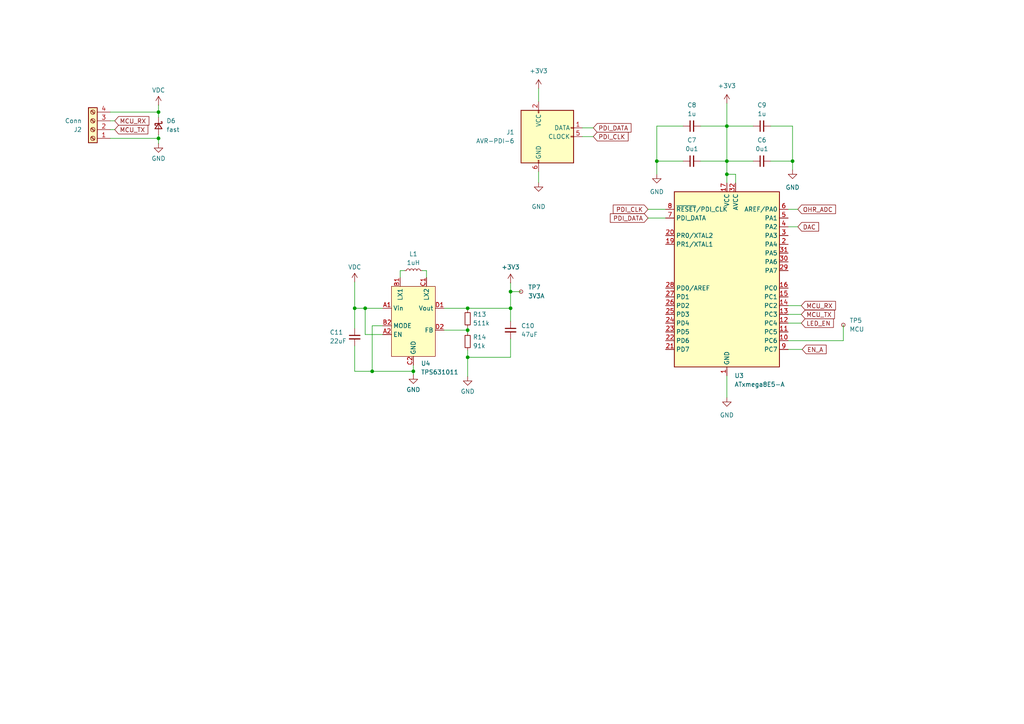
<source format=kicad_sch>
(kicad_sch (version 20231120) (generator "eeschema") (generator_version "8.0")
  (paper "A4")
  (lib_symbols
    (symbol "+3V3_1" (power) (pin_numbers hide) (pin_names (offset 0) hide)
      (property "Value" "+3V3" (at 0 3.556 0))
      (symbol "+3V3_1_0_1"
        (polyline (pts (xy -0.762 1.27) (xy 0 2.54)))
        (polyline (pts (xy 0 0) (xy 0 2.54)))
        (polyline (pts (xy 0 2.54) (xy 0.762 1.27)))
      )
      (symbol "+3V3_1_1_1"
        (pin power_in line (at 0 0 90) (length 0) (name "~") (number "1"))
      )
    )
    (symbol "Connector:AVR-PDI-6" (pin_names (offset 1.016))
      (property "Reference" "J" (at -6.35 8.89 0))
      (property "Value" "AVR-PDI-6" (at 0 8.89 0))
      (symbol "AVR-PDI-6_0_1"
        (rectangle (start -2.667 -6.858) (end -2.413 -7.62))
        (rectangle (start -2.667 7.62) (end -2.413 6.858))
        (rectangle (start 7.62 0.127) (end 6.858 -0.127))
        (rectangle (start 7.62 2.667) (end 6.858 2.413))
        (rectangle (start 7.62 7.62) (end -7.62 -7.62) (stroke (width 0.254)) (fill (type background)))
      )
      (symbol "AVR-PDI-6_1_1"
        (pin passive line (at 10.16 2.54 180) (length 2.54) (name "DATA") (number "1"))
        (pin passive line (at -2.54 10.16 270) (length 2.54) (name "VCC") (number "2"))
        (pin no_connect line (at 7.62 -2.54 180) (length 2.54) hide (name "NC") (number "3"))
        (pin no_connect line (at 7.62 -5.08 180) (length 2.54) hide (name "NC") (number "4"))
        (pin passive line (at 10.16 0 180) (length 2.54) (name "CLOCK") (number "5"))
        (pin passive line (at -2.54 -10.16 90) (length 2.54) (name "GND") (number "6"))
      )
    )
    (symbol "Connector:Screw_Terminal_01x04" (pin_names (offset 1.016) hide)
      (property "Reference" "J" (at 0 5.08 0))
      (property "Value" "Screw_Terminal_01x04" (at 0 -7.62 0))
      (symbol "Screw_Terminal_01x04_1_1"
        (rectangle (start -1.27 3.81) (end 1.27 -6.35) (stroke (width 0.254)) (fill (type background)))
        (circle (center 0 -5.08) (radius 0.635) (stroke (width 0.1524)))
        (circle (center 0 -2.54) (radius 0.635) (stroke (width 0.1524)))
        (polyline (pts (xy -0.5334 -4.7498) (xy 0.3302 -5.588)) (stroke (width 0.1524)))
        (polyline (pts (xy -0.5334 -2.2098) (xy 0.3302 -3.048)) (stroke (width 0.1524)))
        (polyline (pts (xy -0.5334 0.3302) (xy 0.3302 -0.508)) (stroke (width 0.1524)))
        (polyline (pts (xy -0.5334 2.8702) (xy 0.3302 2.032)) (stroke (width 0.1524)))
        (polyline (pts (xy -0.3556 -4.572) (xy 0.508 -5.4102)) (stroke (width 0.1524)))
        (polyline (pts (xy -0.3556 -2.032) (xy 0.508 -2.8702)) (stroke (width 0.1524)))
        (polyline (pts (xy -0.3556 0.508) (xy 0.508 -0.3302)) (stroke (width 0.1524)))
        (polyline (pts (xy -0.3556 3.048) (xy 0.508 2.2098)) (stroke (width 0.1524)))
        (circle (center 0 0) (radius 0.635) (stroke (width 0.1524)))
        (circle (center 0 2.54) (radius 0.635) (stroke (width 0.1524)))
        (pin passive line (at -5.08 2.54 0) (length 3.81) (name "Pin_1") (number "1"))
        (pin passive line (at -5.08 0 0) (length 3.81) (name "Pin_2") (number "2"))
        (pin passive line (at -5.08 -2.54 0) (length 3.81) (name "Pin_3") (number "3"))
        (pin passive line (at -5.08 -5.08 0) (length 3.81) (name "Pin_4") (number "4"))
      )
    )
    (symbol "Connector:TestPoint_Small" (pin_numbers hide) (pin_names (offset 0.762) hide)
      (property "Reference" "TP" (at 0 3.81 0))
      (property "Value" "TestPoint_Small" (at 0 2.032 0))
      (symbol "TestPoint_Small_0_1"
        (circle (center 0 0) (radius 0.508))
      )
      (symbol "TestPoint_Small_1_1"
        (pin passive line (at 0 0 90) (length 0) (name "1") (number "1"))
      )
    )
    (symbol "Device:C_Small" (pin_numbers hide) (pin_names (offset 0.254) hide)
      (property "Reference" "C" (at 0.254 1.778 0))
      (property "Value" "C_Small" (at 0.254 -2.032 0))
      (symbol "C_Small_0_1"
        (polyline (pts (xy -1.524 -0.508) (xy 1.524 -0.508)) (stroke (width 0.3302)))
        (polyline (pts (xy -1.524 0.508) (xy 1.524 0.508)) (stroke (width 0.3048)))
      )
      (symbol "C_Small_1_1"
        (pin passive line (at 0 2.54 270) (length 2.032) (name "~") (number "1"))
        (pin passive line (at 0 -2.54 90) (length 2.032) (name "~") (number "2"))
      )
    )
    (symbol "Device:D_Schottky_Small" (pin_numbers hide) (pin_names (offset 0.254) hide)
      (property "Reference" "D" (at -1.27 2.032 0))
      (property "Value" "D_Schottky_Small" (at -7.112 -2.032 0))
      (symbol "D_Schottky_Small_0_1"
        (polyline (pts (xy -0.762 0) (xy 0.762 0)))
        (polyline (pts (xy 0.762 -1.016) (xy -0.762 0) (xy 0.762 1.016) (xy 0.762 -1.016)) (stroke (width 0.254)))
        (polyline (pts (xy -1.27 0.762) (xy -1.27 1.016) (xy -0.762 1.016) (xy -0.762 -1.016) (xy -0.254 -1.016) (xy -0.254 -0.762)) (stroke (width 0.254)))
      )
      (symbol "D_Schottky_Small_1_1"
        (pin passive line (at -2.54 0 0) (length 1.778) (name "K") (number "1"))
        (pin passive line (at 2.54 0 180) (length 1.778) (name "A") (number "2"))
      )
    )
    (symbol "Device:L_Small" (pin_numbers hide) (pin_names (offset 0.254) hide)
      (property "Reference" "L" (at 0.762 1.016 0))
      (property "Value" "L_Small" (at 0.762 -1.016 0))
      (symbol "L_Small_0_1"
        (arc (start 0 -2.032) (mid 0.5058 -1.524) (end 0 -1.016))
        (arc (start 0 -1.016) (mid 0.5058 -0.508) (end 0 0))
        (arc (start 0 0) (mid 0.5058 0.508) (end 0 1.016))
        (arc (start 0 1.016) (mid 0.5058 1.524) (end 0 2.032))
      )
      (symbol "L_Small_1_1"
        (pin passive line (at 0 2.54 270) (length 0.508) (name "~") (number "1"))
        (pin passive line (at 0 -2.54 90) (length 0.508) (name "~") (number "2"))
      )
    )
    (symbol "Device:R_Small" (pin_numbers hide) (pin_names (offset 0.254) hide)
      (property "Reference" "R" (at 0.762 0.508 0))
      (property "Value" "R_Small" (at 0.762 -1.016 0))
      (symbol "R_Small_0_1"
        (rectangle (start -0.762 1.778) (end 0.762 -1.778) (stroke (width 0.2032)))
      )
      (symbol "R_Small_1_1"
        (pin passive line (at 0 2.54 270) (length 0.762) (name "~") (number "1"))
        (pin passive line (at 0 -2.54 90) (length 0.762) (name "~") (number "2"))
      )
    )
    (symbol "GND_1" (power) (pin_numbers hide) (pin_names (offset 0) hide)
      (property "Value" "GND" (at 0 -3.81 0))
      (symbol "GND_1_0_1"
        (polyline (pts (xy 0 0) (xy 0 -1.27) (xy 1.27 -1.27) (xy 0 -2.54) (xy -1.27 -1.27) (xy 0 -1.27)))
      )
      (symbol "GND_1_1_1"
        (pin power_in line (at 0 0 270) (length 0) (name "~") (number "1"))
      )
    )
    (symbol "MCU_Microchip_ATmega:ATxmega8E5-A"
      (property "Reference" "U" (at -15.24 26.67 0))
      (property "Value" "ATxmega8E5-A" (at 2.54 -26.67 0))
      (symbol "ATxmega8E5-A_0_1"
        (rectangle (start -15.24 -25.4) (end 15.24 25.4) (stroke (width 0.254)) (fill (type background)))
      )
      (symbol "ATxmega8E5-A_1_1"
        (pin power_in line (at 0 -27.94 90) (length 2.54) (name "GND") (number "1"))
        (pin bidirectional line (at 17.78 -17.78 180) (length 2.54) (name "PC6") (number "10"))
        (pin bidirectional line (at 17.78 -15.24 180) (length 2.54) (name "PC5") (number "11"))
        (pin bidirectional line (at 17.78 -12.7 180) (length 2.54) (name "PC4") (number "12"))
        (pin bidirectional line (at 17.78 -10.16 180) (length 2.54) (name "PC3") (number "13"))
        (pin bidirectional line (at 17.78 -7.62 180) (length 2.54) (name "PC2") (number "14"))
        (pin bidirectional line (at 17.78 -5.08 180) (length 2.54) (name "PC1") (number "15"))
        (pin bidirectional line (at 17.78 -2.54 180) (length 2.54) (name "PC0") (number "16"))
        (pin power_in line (at 0 27.94 270) (length 2.54) (name "VCC") (number "17"))
        (pin passive line (at 0 -27.94 90) (length 2.54) hide (name "GND") (number "18"))
        (pin bidirectional line (at -17.78 10.16 0) (length 2.54) (name "PR1/XTAL1") (number "19"))
        (pin bidirectional line (at 17.78 10.16 180) (length 2.54) (name "PA4") (number "2"))
        (pin bidirectional line (at -17.78 12.7 0) (length 2.54) (name "PR0/XTAL2") (number "20"))
        (pin bidirectional line (at -17.78 -20.32 0) (length 2.54) (name "PD7") (number "21"))
        (pin bidirectional line (at -17.78 -17.78 0) (length 2.54) (name "PD6") (number "22"))
        (pin bidirectional line (at -17.78 -15.24 0) (length 2.54) (name "PD5") (number "23"))
        (pin bidirectional line (at -17.78 -12.7 0) (length 2.54) (name "PD4") (number "24"))
        (pin bidirectional line (at -17.78 -10.16 0) (length 2.54) (name "PD3") (number "25"))
        (pin bidirectional line (at -17.78 -7.62 0) (length 2.54) (name "PD2") (number "26"))
        (pin bidirectional line (at -17.78 -5.08 0) (length 2.54) (name "PD1") (number "27"))
        (pin bidirectional line (at -17.78 -2.54 0) (length 2.54) (name "PD0/AREF") (number "28"))
        (pin bidirectional line (at 17.78 2.54 180) (length 2.54) (name "PA7") (number "29"))
        (pin bidirectional line (at 17.78 12.7 180) (length 2.54) (name "PA3") (number "3"))
        (pin bidirectional line (at 17.78 5.08 180) (length 2.54) (name "PA6") (number "30"))
        (pin bidirectional line (at 17.78 7.62 180) (length 2.54) (name "PA5") (number "31"))
        (pin power_in line (at 2.54 27.94 270) (length 2.54) (name "AVCC") (number "32"))
        (pin bidirectional line (at 17.78 15.24 180) (length 2.54) (name "PA2") (number "4"))
        (pin bidirectional line (at 17.78 17.78 180) (length 2.54) (name "PA1") (number "5"))
        (pin bidirectional line (at 17.78 20.32 180) (length 2.54) (name "AREF/PA0") (number "6"))
        (pin bidirectional line (at -17.78 17.78 0) (length 2.54) (name "PDI_DATA") (number "7"))
        (pin input line (at -17.78 20.32 0) (length 2.54) (name "~{RESET}/PDI_CLK") (number "8"))
        (pin bidirectional line (at 17.78 -20.32 180) (length 2.54) (name "PC7") (number "9"))
      )
    )
    (symbol "MySymbols:TPS631011"
      (property "Reference" "U" (at 2.032 -14.224 0))
      (symbol "TPS631011_1_1"
        (rectangle (start -6.35 11.43) (end 6.35 -8.89) (fill (type background)))
        (pin input line (at -8.89 5.08 0) (length 2.54) (name "Vin") (number "A1"))
        (pin input line (at -8.89 -2.54 0) (length 2.54) (name "EN") (number "A2"))
        (pin input line (at -3.81 13.97 270) (length 2.54) (name "LX1") (number "B1"))
        (pin input line (at -8.89 0 0) (length 2.54) (name "MODE") (number "B2"))
        (pin input line (at 3.81 13.97 270) (length 2.54) (name "LX2") (number "C1"))
        (pin input line (at 0 -11.43 90) (length 2.54) (name "GND") (number "C2"))
        (pin input line (at 8.89 5.08 180) (length 2.54) (name "Vout") (number "D1"))
        (pin input line (at 8.89 -1.27 180) (length 2.54) (name "FB") (number "D2"))
      )
    )
    (symbol "power:+3V3" (power) (pin_names (offset 0))
      (property "Value" "+3V3" (at 0 3.556 0))
      (symbol "+3V3_0_1"
        (polyline (pts (xy -0.762 1.27) (xy 0 2.54)))
        (polyline (pts (xy 0 0) (xy 0 2.54)))
        (polyline (pts (xy 0 2.54) (xy 0.762 1.27)))
      )
      (symbol "+3V3_1_1"
        (pin power_in line (at 0 0 90) (length 0) hide (name "+3V3") (number "1"))
      )
    )
    (symbol "power:GND" (power) (pin_names (offset 0))
      (property "Value" "GND" (at 0 -3.81 0))
      (symbol "GND_0_1"
        (polyline (pts (xy 0 0) (xy 0 -1.27) (xy 1.27 -1.27) (xy 0 -2.54) (xy -1.27 -1.27) (xy 0 -1.27)))
      )
      (symbol "GND_1_1"
        (pin power_in line (at 0 0 270) (length 0) hide (name "GND") (number "1"))
      )
    )
    (symbol "power:VDC" (power) (pin_numbers hide) (pin_names (offset 0) hide)
      (property "Value" "VDC" (at 0 3.556 0))
      (symbol "VDC_0_1"
        (polyline (pts (xy -0.762 1.27) (xy 0 2.54)))
        (polyline (pts (xy 0 0) (xy 0 2.54)))
        (polyline (pts (xy 0 2.54) (xy 0.762 1.27)))
      )
      (symbol "VDC_1_1"
        (pin power_in line (at 0 0 90) (length 0) (name "~") (number "1"))
      )
    )
  )
  (junction (at 210.82 36.576))
  (junction (at 210.82 46.736))
  (junction (at 45.974 40.132))
  (junction (at 105.918 89.408))
  (junction (at 102.87 89.408))
  (junction (at 45.974 32.512))
  (junction (at 135.636 95.758))
  (junction (at 148.082 84.582))
  (junction (at 148.082 89.408))
  (junction (at 107.95 107.696))
  (junction (at 190.5 46.736))
  (junction (at 119.888 107.696))
  (junction (at 229.87 46.736))
  (junction (at 135.636 103.632))
  (junction (at 210.82 50.546))
  (junction (at 135.636 89.408))
  (wire (pts (xy 190.5 36.576) (xy 190.5 46.736)))
  (wire (pts (xy 32.004 37.592) (xy 33.274 37.592)))
  (wire (pts (xy 135.636 95.758) (xy 135.636 96.52)))
  (wire (pts (xy 244.602 98.806) (xy 228.6 98.806)))
  (wire (pts (xy 148.082 93.218) (xy 148.082 89.408)))
  (wire (pts (xy 148.082 103.632) (xy 135.636 103.632)))
  (wire (pts (xy 198.12 46.736) (xy 190.5 46.736)))
  (wire (pts (xy 102.87 107.696) (xy 107.95 107.696)))
  (wire (pts (xy 45.974 39.116) (xy 45.974 40.132)))
  (wire (pts (xy 244.602 94.234) (xy 244.602 98.806)))
  (wire (pts (xy 210.82 108.966) (xy 210.82 115.316)))
  (wire (pts (xy 187.96 60.706) (xy 193.04 60.706)))
  (wire (pts (xy 105.918 89.408) (xy 110.998 89.408)))
  (wire (pts (xy 198.12 36.576) (xy 190.5 36.576)))
  (wire (pts (xy 148.082 98.298) (xy 148.082 103.632)))
  (wire (pts (xy 105.918 97.028) (xy 105.918 89.408)))
  (wire (pts (xy 203.2 36.576) (xy 210.82 36.576)))
  (wire (pts (xy 116.078 78.486) (xy 116.078 80.518)))
  (wire (pts (xy 228.6 88.646) (xy 232.41 88.646)))
  (wire (pts (xy 229.87 46.736) (xy 229.87 49.276)))
  (wire (pts (xy 135.636 94.996) (xy 135.636 95.758)))
  (wire (pts (xy 228.6 101.346) (xy 232.664 101.346)))
  (wire (pts (xy 168.91 37.084) (xy 172.085 37.084)))
  (wire (pts (xy 135.636 101.6) (xy 135.636 103.632)))
  (wire (pts (xy 45.974 40.132) (xy 32.004 40.132)))
  (wire (pts (xy 228.6 60.706) (xy 231.394 60.706)))
  (wire (pts (xy 148.082 84.582) (xy 148.082 89.408)))
  (wire (pts (xy 228.6 65.786) (xy 231.394 65.786)))
  (wire (pts (xy 168.91 39.624) (xy 172.085 39.624)))
  (wire (pts (xy 107.95 107.696) (xy 119.888 107.696)))
  (wire (pts (xy 210.82 46.736) (xy 210.82 50.546)))
  (wire (pts (xy 156.21 25.654) (xy 156.21 29.464)))
  (wire (pts (xy 223.52 36.576) (xy 229.87 36.576)))
  (wire (pts (xy 122.428 78.486) (xy 123.698 78.486)))
  (wire (pts (xy 123.698 78.486) (xy 123.698 80.518)))
  (wire (pts (xy 229.87 36.576) (xy 229.87 46.736)))
  (wire (pts (xy 128.778 95.758) (xy 135.636 95.758)))
  (wire (pts (xy 210.82 36.576) (xy 218.44 36.576)))
  (wire (pts (xy 135.636 89.408) (xy 148.082 89.408)))
  (wire (pts (xy 110.998 94.488) (xy 107.95 94.488)))
  (wire (pts (xy 102.87 100.33) (xy 102.87 107.696)))
  (wire (pts (xy 102.87 95.25) (xy 102.87 89.408)))
  (wire (pts (xy 117.348 78.486) (xy 116.078 78.486)))
  (wire (pts (xy 135.636 103.632) (xy 135.636 109.22)))
  (wire (pts (xy 102.87 89.408) (xy 105.918 89.408)))
  (wire (pts (xy 45.974 40.132) (xy 45.974 41.656)))
  (wire (pts (xy 102.87 81.788) (xy 102.87 89.408)))
  (wire (pts (xy 32.004 35.052) (xy 33.274 35.052)))
  (wire (pts (xy 210.82 50.546) (xy 210.82 53.086)))
  (wire (pts (xy 156.21 49.784) (xy 156.21 52.959)))
  (wire (pts (xy 190.5 46.736) (xy 190.5 50.546)))
  (wire (pts (xy 45.974 30.48) (xy 45.974 32.512)))
  (wire (pts (xy 119.888 105.918) (xy 119.888 107.696)))
  (wire (pts (xy 203.2 46.736) (xy 210.82 46.736)))
  (wire (pts (xy 32.004 32.512) (xy 45.974 32.512)))
  (wire (pts (xy 148.082 82.042) (xy 148.082 84.582)))
  (wire (pts (xy 210.82 29.972) (xy 210.82 36.576)))
  (wire (pts (xy 135.636 89.408) (xy 135.636 89.916)))
  (wire (pts (xy 110.998 97.028) (xy 105.918 97.028)))
  (wire (pts (xy 210.82 46.736) (xy 218.44 46.736)))
  (wire (pts (xy 187.96 63.246) (xy 193.04 63.246)))
  (wire (pts (xy 228.6 93.726) (xy 232.41 93.726)))
  (wire (pts (xy 148.082 84.582) (xy 151.13 84.582)))
  (wire (pts (xy 107.95 94.488) (xy 107.95 107.696)))
  (wire (pts (xy 128.778 89.408) (xy 135.636 89.408)))
  (wire (pts (xy 213.36 50.546) (xy 210.82 50.546)))
  (wire (pts (xy 119.888 107.696) (xy 119.888 108.712)))
  (wire (pts (xy 229.87 46.736) (xy 223.52 46.736)))
  (wire (pts (xy 210.82 36.576) (xy 210.82 46.736)))
  (wire (pts (xy 45.974 32.512) (xy 45.974 34.036)))
  (wire (pts (xy 228.6 91.186) (xy 232.41 91.186)))
  (wire (pts (xy 213.36 53.086) (xy 213.36 50.546)))
  (global_label "PDI_CLK" (shape input) (at 172.085 39.624 0) (property "Intersheetrefs" "${INTERSHEET_REFS}" (effects (hide yes))))
  (global_label "OHR_ADC" (shape input) (at 231.394 60.706 0) (property "Intersheetrefs" "${INTERSHEET_REFS}" (effects (hide yes))))
  (global_label "MCU_RX" (shape input) (at 232.41 88.646 0) (property "Intersheetrefs" "${INTERSHEET_REFS}" (effects (hide yes))))
  (global_label "EN_A" (shape input) (at 232.664 101.346 0) (property "Intersheetrefs" "${INTERSHEET_REFS}" (effects (hide yes))))
  (global_label "PDI_DATA" (shape input) (at 187.96 63.246 180) (property "Intersheetrefs" "${INTERSHEET_REFS}" (effects (hide yes))))
  (global_label "DAC" (shape input) (at 231.394 65.786 0) (property "Intersheetrefs" "${INTERSHEET_REFS}" (effects (hide yes))))
  (global_label "MCU_TX" (shape input) (at 33.274 37.592 0) (property "Intersheetrefs" "${INTERSHEET_REFS}" (effects (hide yes))))
  (global_label "MCU_TX" (shape input) (at 232.41 91.186 0) (property "Intersheetrefs" "${INTERSHEET_REFS}" (effects (hide yes))))
  (global_label "PDI_CLK" (shape input) (at 187.96 60.706 180) (property "Intersheetrefs" "${INTERSHEET_REFS}" (effects (hide yes))))
  (global_label "LED_EN" (shape input) (at 232.41 93.726 0) (property "Intersheetrefs" "${INTERSHEET_REFS}" (effects (hide yes))))
  (global_label "MCU_RX" (shape input) (at 33.274 35.052 0) (property "Intersheetrefs" "${INTERSHEET_REFS}" (effects (hide yes))))
  (global_label "PDI_DATA" (shape input) (at 172.085 37.084 0) (property "Intersheetrefs" "${INTERSHEET_REFS}" (effects (hide yes))))
  (symbol (lib_id "Device:R_Small") (at 135.636 92.456 0) (unit 1)
    (property "Reference" "R13" (at 137.16 91.1859 0) (effects (justify left)))
    (property "Value" "511k" (at 137.16 93.7259 0) (effects (justify left)))
    (property "Footprint" "Resistor_SMD:R_0402_1005Metric" (effects (hide yes)))
    (property "Description" "Resistor, small symbol" (effects (hide yes)))
    (property "Farnell" "3950930" (effects (hide yes)))
  )
  (symbol (lib_id "Device:D_Schottky_Small") (at 45.974 36.576 270) (unit 1)
    (property "Reference" "D6" (at 48.26 35.0519 90) (effects (justify left)))
    (property "Value" "fast" (at 48.26 37.5919 90) (effects (justify left)))
    (property "Footprint" "Diode_SMD:D_SOD-128" (effects (hide yes)))
    (property "Farnell" "1829204" (effects (hide yes)))
  )
  (symbol (lib_id "Connector:AVR-PDI-6") (at 158.75 39.624 0) (unit 1)
    (property "Reference" "J1" (at 149.225 38.3539 0) (effects (justify right)))
    (property "Value" "AVR-PDI-6" (at 149.225 40.8939 0) (effects (justify right)))
    (property "Footprint" "MyFootPrints:PDI_AVR_TagConnect" (effects (hide yes)))
    (property "Datasheet" " ~" (effects (hide yes)))
  )
  (symbol (lib_id "Device:L_Small") (at 119.888 78.486 90) (unit 1)
    (property "Reference" "L1" (at 119.888 73.66 90))
    (property "Value" "1uH" (at 119.888 76.2 90))
    (property "Footprint" "Inductor_SMD:L_0805_2012Metric_Pad1.05x1.20mm_HandSolder" (effects (hide yes)))
    (property "Description" "Inductor, small symbol" (effects (hide yes)))
    (property "Farnell" " 2616845" (effects (hide yes)))
  )
  (symbol (lib_name "+3V3_1") (lib_id "power:+3V3") (at 148.082 82.042 0) (unit 1)
    (property "Reference" "#PWR023" (effects (hide yes)))
    (property "Value" "+3V3" (at 148.082 77.47 0))
    (property "Description" "Power symbol creates a global label with name \"+3V3\"" (effects (hide yes)))
  )
  (symbol (lib_id "Connector:TestPoint_Small") (at 151.13 84.582 0) (unit 1)
    (property "Reference" "TP7" (at 153.162 83.3119 0) (effects (justify left)))
    (property "Value" "3V3A" (at 153.162 85.8519 0) (effects (justify left)))
    (property "Footprint" "TestPoint:TestPoint_Pad_D1.0mm" (effects (hide yes)))
    (property "Description" "test point" (effects (hide yes)))
  )
  (symbol (lib_id "Device:C_Small") (at 220.98 46.736 90) (unit 1)
    (property "Reference" "C6" (at 220.9863 40.64 90))
    (property "Value" "0u1" (at 220.9863 43.18 90))
    (property "Footprint" "Capacitor_SMD:C_0402_1005Metric" (effects (hide yes)))
    (property "Description" "Unpolarized capacitor, small symbol" (effects (hide yes)))
    (property "Farnell" "2627420" (effects (hide yes)))
  )
  (symbol (lib_id "Device:C_Small") (at 148.082 95.758 0) (unit 1)
    (property "Reference" "C10" (at 151.13 94.4942 0) (effects (justify left)))
    (property "Value" "47uF" (at 151.13 97.0342 0) (effects (justify left)))
    (property "Footprint" "Capacitor_SMD:C_0805_2012Metric" (effects (hide yes)))
    (property "Description" "Unpolarized capacitor, small symbol" (effects (hide yes)))
    (property "Farnell" "3582869" (effects (hide yes)))
  )
  (symbol (lib_id "power:+3V3") (at 156.21 25.654 0) (unit 1)
    (property "Reference" "#PWR015" (effects (hide yes)))
    (property "Value" "+3V3" (at 156.21 20.574 0))
  )
  (symbol (lib_id "power:VDC") (at 102.87 81.788 0) (unit 1)
    (property "Reference" "#PWR024" (effects (hide yes)))
    (property "Value" "VDC" (at 102.87 77.47 0))
    (property "Description" "Power symbol creates a global label with name \"VDC\"" (effects (hide yes)))
  )
  (symbol (lib_name "GND_1") (lib_id "power:GND") (at 135.636 109.22 0) (unit 1)
    (property "Reference" "#PWR022" (effects (hide yes)))
    (property "Value" "GND" (at 135.636 113.538 0))
    (property "Description" "Power symbol creates a global label with name \"GND\" , ground" (effects (hide yes)))
  )
  (symbol (lib_id "power:GND") (at 190.5 50.546 0) (unit 1)
    (property "Reference" "#PWR017" (effects (hide yes)))
    (property "Value" "GND" (at 190.5 55.626 0))
  )
  (symbol (lib_id "Device:C_Small") (at 220.98 36.576 90) (unit 1)
    (property "Reference" "C9" (at 220.9863 30.48 90))
    (property "Value" "1u" (at 220.9863 33.02 90))
    (property "Footprint" "Capacitor_SMD:C_0402_1005Metric" (effects (hide yes)))
    (property "Description" "Unpolarized capacitor, small symbol" (effects (hide yes)))
    (property "Farnell" "3013330" (effects (hide yes)))
  )
  (symbol (lib_id "power:+3V3") (at 210.82 29.972 0) (unit 1)
    (property "Reference" "#PWR018" (effects (hide yes)))
    (property "Value" "+3V3" (at 210.82 24.892 0))
  )
  (symbol (lib_id "Device:C_Small") (at 200.66 36.576 90) (unit 1)
    (property "Reference" "C8" (at 200.6663 30.48 90))
    (property "Value" "1u" (at 200.6663 33.02 90))
    (property "Footprint" "Capacitor_SMD:C_0402_1005Metric" (effects (hide yes)))
    (property "Description" "Unpolarized capacitor, small symbol" (effects (hide yes)))
    (property "Farnell" "3013330" (effects (hide yes)))
  )
  (symbol (lib_id "power:GND") (at 229.87 49.276 0) (unit 1)
    (property "Reference" "#PWR020" (effects (hide yes)))
    (property "Value" "GND" (at 229.87 54.356 0))
  )
  (symbol (lib_id "MCU_Microchip_ATmega:ATxmega8E5-A") (at 210.82 81.026 0) (unit 1)
    (property "Reference" "U3" (at 213.0141 108.966 0) (effects (justify left)))
    (property "Value" "ATxmega8E5-A" (at 213.0141 111.506 0) (effects (justify left)))
    (property "Footprint" "Package_QFP:TQFP-32_7x7mm_P0.8mm" (effects (hide yes)))
    (property "Datasheet" "http://ww1.microchip.com/downloads/en/DeviceDoc/Atmel-8153-8-and-16-bit-AVR-Microcontroller-XMEGA-E-ATxmega8E5-ATxmega16E5-ATxmega32E5_Datasheet.pdf" (effects (hide yes)))
  )
  (symbol (lib_id "power:VDC") (at 45.974 30.48 0) (unit 1)
    (property "Reference" "#PWR029" (effects (hide yes)))
    (property "Value" "VDC" (at 45.974 26.162 0))
    (property "Description" "Power symbol creates a global label with name \"VDC\"" (effects (hide yes)))
  )
  (symbol (lib_id "power:GND") (at 210.82 115.316 0) (unit 1)
    (property "Reference" "#PWR019" (effects (hide yes)))
    (property "Value" "GND" (at 210.82 120.396 0))
  )
  (symbol (lib_id "Connector:TestPoint_Small") (at 244.602 94.234 0) (unit 1)
    (property "Reference" "TP5" (at 246.38 92.9639 0) (effects (justify left)))
    (property "Value" "MCU" (at 246.38 95.5039 0) (effects (justify left)))
    (property "Footprint" "TestPoint:TestPoint_Pad_D1.0mm" (effects (hide yes)))
    (property "Description" "test point" (effects (hide yes)))
  )
  (symbol (lib_id "MySymbols:TPS631011") (at 119.888 94.488 0) (unit 1)
    (property "Reference" "U4" (at 122.0821 105.41 0) (effects (justify left)))
    (property "Value" "TPS631011" (at 122.0821 107.95 0) (effects (justify left)))
    (property "Footprint" "Package_BGA:Texas_DSBGA-8_0.705x1.468mm_Layout2x4_P0.4mm" (effects (hide yes)))
  )
  (symbol (lib_id "Connector:Screw_Terminal_01x04") (at 26.924 37.592 180) (unit 1)
    (property "Reference" "J2" (at 23.749 37.5921 0) (effects (justify left)))
    (property "Value" "Conn" (at 23.749 35.0521 0) (effects (justify left)))
    (property "Footprint" "MyFootPrints:3.81mm4PosTerm_2007987" (effects (hide yes)))
    (property "Farnell" "2007987" (effects (hide yes)))
  )
  (symbol (lib_name "GND_1") (lib_id "power:GND") (at 119.888 108.712 0) (unit 1)
    (property "Reference" "#PWR021" (effects (hide yes)))
    (property "Value" "GND" (at 119.888 113.03 0))
    (property "Description" "Power symbol creates a global label with name \"GND\" , ground" (effects (hide yes)))
  )
  (symbol (lib_id "Device:R_Small") (at 135.636 99.06 0) (unit 1)
    (property "Reference" "R14" (at 137.16 97.7899 0) (effects (justify left)))
    (property "Value" "91k" (at 137.16 100.3299 0) (effects (justify left)))
    (property "Footprint" "Resistor_SMD:R_0402_1005Metric" (effects (hide yes)))
    (property "Description" "Resistor, small symbol" (effects (hide yes)))
    (property "Farnell" "2073314" (effects (hide yes)))
  )
  (symbol (lib_name "GND_1") (lib_id "power:GND") (at 45.974 41.656 0) (unit 1)
    (property "Reference" "#PWR030" (effects (hide yes)))
    (property "Value" "GND" (at 45.974 45.974 0))
    (property "Description" "Power symbol creates a global label with name \"GND\" , ground" (effects (hide yes)))
  )
  (symbol (lib_id "Device:C_Small") (at 200.66 46.736 90) (unit 1)
    (property "Reference" "C7" (at 200.6663 40.64 90))
    (property "Value" "0u1" (at 200.6663 43.18 90))
    (property "Footprint" "Capacitor_SMD:C_0402_1005Metric" (effects (hide yes)))
    (property "Description" "Unpolarized capacitor, small symbol" (effects (hide yes)))
    (property "Farnell" "2627420" (effects (hide yes)))
  )
  (symbol (lib_id "Device:C_Small") (at 102.87 97.79 0) (unit 1)
    (property "Reference" "C11" (at 95.631 96.393 0) (effects (justify left)))
    (property "Value" "22uF" (at 95.631 98.933 0) (effects (justify left)))
    (property "Footprint" "Capacitor_SMD:C_0805_2012Metric" (effects (hide yes)))
    (property "Description" "Unpolarized capacitor, small symbol" (effects (hide yes)))
    (property "Farnell" "3013461" (effects (hide yes)))
  )
  (symbol (lib_id "power:GND") (at 156.21 52.959 0) (unit 1)
    (property "Reference" "#PWR016" (effects (hide yes)))
    (property "Value" "GND" (at 156.21 59.944 0))
  )
)
</source>
